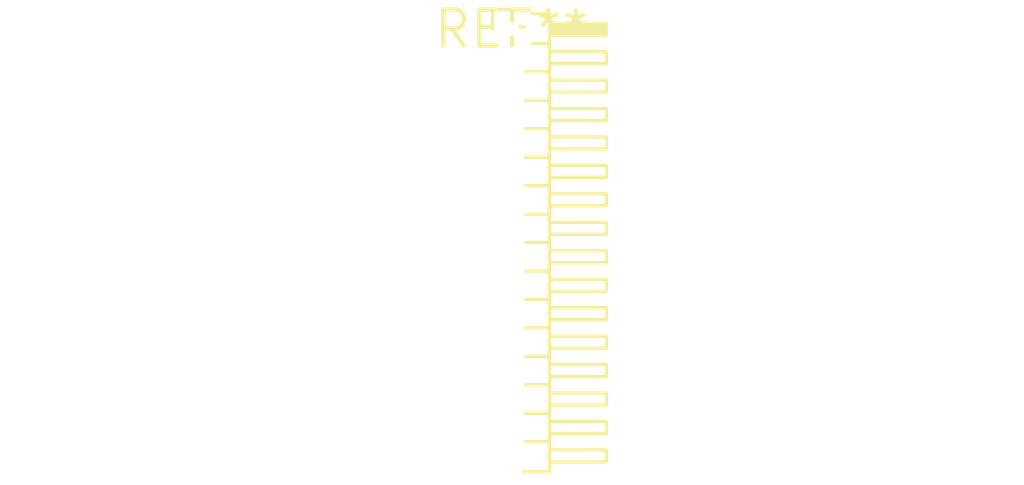
<source format=kicad_pcb>
(kicad_pcb (version 20240108) (generator pcbnew)
  (layers (0 "F.Cu" signal) (31 "B.Cu" signal) (34 "B.Paste" user) (35 "F.Paste" user) (36 "B.SilkS" user "B.Silkscreen") (37 "F.SilkS" user "F.Silkscreen") (38 "B.Mask" user) (39 "F.Mask" user) (44 "Edge.Cuts" user))
  (net 0 "")
  (footprint "PinHeader_1x16_P1.00mm_Horizontal" (layer "F.Cu") (at 0 0)
    (property "Reference" "REF**")
    (property "Value" "PinHeader_1x16_P1.00mm_Horizontal")
    (fp_line (start -0.685 -0.685) (end 0 -0.685) (layer "F.SilkS") (stroke (width 0.12)))
    (fp_line (start -0.685 0) (end -0.685 -0.685) (layer "F.SilkS") (stroke (width 0.12)))
    (fp_line (start 0.468215 1.5) (end 1.31 1.5) (layer "F.SilkS") (stroke (width 0.12)))
    (fp_line (start 0.468215 2.5) (end 1.31 2.5) (layer "F.SilkS") (stroke (width 0.12)))
    (fp_line (start 0.468215 3.5) (end 1.31 3.5) (layer "F.SilkS") (stroke (width 0.12)))
    (fp_line (start 0.468215 4.5) (end 1.31 4.5) (layer "F.SilkS") (stroke (width 0.12)))
    (fp_line (start 0.468215 5.5) (end 1.31 5.5) (layer "F.SilkS") (stroke (width 0.12)))
    (fp_line (start 0.468215 6.5) (end 1.31 6.5) (layer "F.SilkS") (stroke (width 0.12)))
    (fp_line (start 0.468215 7.5) (end 1.31 7.5) (layer "F.SilkS") (stroke (width 0.12)))
    (fp_line (start 0.468215 8.5) (end 1.31 8.5) (layer "F.SilkS") (stroke (width 0.12)))
    (fp_line (start 0.468215 9.5) (end 1.31 9.5) (layer "F.SilkS") (stroke (width 0.12)))
    (fp_line (start 0.468215 10.5) (end 1.31 10.5) (layer "F.SilkS") (stroke (width 0.12)))
    (fp_line (start 0.468215 11.5) (end 1.31 11.5) (layer "F.SilkS") (stroke (width 0.12)))
    (fp_line (start 0.468215 12.5) (end 1.31 12.5) (layer "F.SilkS") (stroke (width 0.12)))
    (fp_line (start 0.468215 13.5) (end 1.31 13.5) (layer "F.SilkS") (stroke (width 0.12)))
    (fp_line (start 0.468215 14.5) (end 1.31 14.5) (layer "F.SilkS") (stroke (width 0.12)))
    (fp_line (start 0.685 -0.56) (end 1.31 -0.56) (layer "F.SilkS") (stroke (width 0.12)))
    (fp_line (start 0.685 0.5) (end 1.31 0.5) (layer "F.SilkS") (stroke (width 0.12)))
    (fp_line (start 1.31 -0.56) (end 1.31 15.56) (layer "F.SilkS") (stroke (width 0.12)))
    (fp_line (start 1.31 -0.21) (end 3.31 -0.21) (layer "F.SilkS") (stroke (width 0.12)))
    (fp_line (start 1.31 -0.15) (end 3.31 -0.15) (layer "F.SilkS") (stroke (width 0.12)))
    (fp_line (start 1.31 -0.03) (end 3.31 -0.03) (layer "F.SilkS") (stroke (width 0.12)))
    (fp_line (start 1.31 0.09) (end 3.31 0.09) (layer "F.SilkS") (stroke (width 0.12)))
    (fp_line (start 1.31 0.79) (end 3.31 0.79) (layer "F.SilkS") (stroke (width 0.12)))
    (fp_line (start 1.31 1.79) (end 3.31 1.79) (layer "F.SilkS") (stroke (width 0.12)))
    (fp_line (start 1.31 2.79) (end 3.31 2.79) (layer "F.SilkS") (stroke (width 0.12)))
    (fp_line (start 1.31 3.79) (end 3.31 3.79) (layer "F.SilkS") (stroke (width 0.12)))
    (fp_line (start 1.31 4.79) (end 3.31 4.79) (layer "F.SilkS") (stroke (width 0.12)))
    (fp_line (start 1.31 5.79) (end 3.31 5.79) (layer "F.SilkS") (stroke (width 0.12)))
    (fp_line (start 1.31 6.79) (end 3.31 6.79) (layer "F.SilkS") (stroke (width 0.12)))
    (fp_line (start 1.31 7.79) (end 3.31 7.79) (layer "F.SilkS") (stroke (width 0.12)))
    (fp_line (start 1.31 8.79) (end 3.31 8.79) (layer "F.SilkS") (stroke (width 0.12)))
    (fp_line (start 1.31 9.79) (end 3.31 9.79) (layer "F.SilkS") (stroke (width 0.12)))
    (fp_line (start 1.31 10.79) (end 3.31 10.79) (layer "F.SilkS") (stroke (width 0.12)))
    (fp_line (start 1.31 11.79) (end 3.31 11.79) (layer "F.SilkS") (stroke (width 0.12)))
    (fp_line (start 1.31 12.79) (end 3.31 12.79) (layer "F.SilkS") (stroke (width 0.12)))
    (fp_line (start 1.31 13.79) (end 3.31 13.79) (layer "F.SilkS") (stroke (width 0.12)))
    (fp_line (start 1.31 14.79) (end 3.31 14.79) (layer "F.SilkS") (stroke (width 0.12)))
    (fp_line (start 1.31 15.56) (end 0.394493 15.56) (layer "F.SilkS") (stroke (width 0.12)))
    (fp_line (start 3.31 -0.21) (end 3.31 0.21) (layer "F.SilkS") (stroke (width 0.12)))
    (fp_line (start 3.31 0.21) (end 1.31 0.21) (layer "F.SilkS") (stroke (width 0.12)))
    (fp_line (start 3.31 0.79) (end 3.31 1.21) (layer "F.SilkS") (stroke (width 0.12)))
    (fp_line (start 3.31 1.21) (end 1.31 1.21) (layer "F.SilkS") (stroke (width 0.12)))
    (fp_line (start 3.31 1.79) (end 3.31 2.21) (layer "F.SilkS") (stroke (width 0.12)))
    (fp_line (start 3.31 2.21) (end 1.31 2.21) (layer "F.SilkS") (stroke (width 0.12)))
    (fp_line (start 3.31 2.79) (end 3.31 3.21) (layer "F.SilkS") (stroke (width 0.12)))
    (fp_line (start 3.31 3.21) (end 1.31 3.21) (layer "F.SilkS") (stroke (width 0.12)))
    (fp_line (start 3.31 3.79) (end 3.31 4.21) (layer "F.SilkS") (stroke (width 0.12)))
    (fp_line (start 3.31 4.21) (end 1.31 4.21) (layer "F.SilkS") (stroke (width 0.12)))
    (fp_line (start 3.31 4.79) (end 3.31 5.21) (layer "F.SilkS") (stroke (width 0.12)))
    (fp_line (start 3.31 5.21) (end 1.31 5.21) (layer "F.SilkS") (stroke (width 0.12)))
    (fp_line (start 3.31 5.79) (end 3.31 6.21) (layer "F.SilkS") (stroke (width 0.12)))
    (fp_line (start 3.31 6.21) (end 1.31 6.21) (layer "F.SilkS") (stroke (width 0.12)))
    (fp_line (start 3.31 6.79) (end 3.31 7.21) (layer "F.SilkS") (stroke (width 0.12)))
    (fp_line (start 3.31 7.21) (end 1.31 7.21) (layer "F.SilkS") (stroke (width 0.12)))
    (fp_line (start 3.31 7.79) (end 3.31 8.21) (layer "F.SilkS") (stroke (width 0.12)))
    (fp_line (start 3.31 8.21) (end 1.31 8.21) (layer "F.SilkS") (stroke (width 0.12)))
    (fp_line (start 3.31 8.79) (end 3.31 9.21) (layer "F.SilkS") (stroke (width 0.12)))
    (fp_line (start 3.31 9.21) (end 1.31 9.21) (layer "F.SilkS") (stroke (width 0.12)))
    (fp_line (start 3.31 9.79) (end 3.31 10.21) (layer "F.SilkS") (stroke (width 0.12)))
    (fp_line (start 3.31 10.21) (end 1.31 10.21) (layer "F.SilkS") (stroke (width 0.12)))
    (fp_line (start 3.31 10.79) (end 3.31 11.21) (layer "F.SilkS") (stroke (width 0.12)))
    (fp_line (start 3.31 11.21) (end 1.31 11.21) (layer "F.SilkS") (stroke (width 0.12)))
    (fp_line (start 3.31 11.79) (end 3.31 12.21) (layer "F.SilkS") (stroke (width 0.12)))
    (fp_line (start 3.31 12.21) (end 1.31 12.21) (layer "F.SilkS") (stroke (width 0.12)))
    (fp_line (start 3.31 12.79) (end 3.31 13.21) (layer "F.SilkS") (stroke (width 0.12)))
    (fp_line (start 3.31 13.21) (end 1.31 13.21) (layer "F.SilkS") (stroke (width 0.12)))
    (fp_line (start 3.31 13.79) (end 3.31 14.21) (layer "F.SilkS") (stroke (width 0.12)))
    (fp_line (start 3.31 14.21) (end 1.31 14.21) (layer "F.SilkS") (stroke (width 0.12)))
    (fp_line (start 3.31 14.79) (end 3.31 15.21) (layer "F.SilkS") (stroke (width 0.12)))
    (fp_line (start 3.31 15.21) (end 1.31 15.21) (layer "F.SilkS") (stroke (width 0.12)))
    (pad "1" thru_hole rect (at 0 0) (size 0.85 0.85) (drill 0.5) (layers *.Cu *.Mask) (remove_unused_layers))
    (pad "2" thru_hole oval (at 0 1) (size 0.85 0.85) (drill 0.5) (layers *.Cu *.Mask) (remove_unused_layers))
    (pad "3" thru_hole oval (at 0 2) (size 0.85 0.85) (drill 0.5) (layers *.Cu *.Mask) (remove_unused_layers))
    (pad "4" thru_hole oval (at 0 3) (size 0.85 0.85) (drill 0.5) (layers *.Cu *.Mask) (remove_unused_layers))
    (pad "5" thru_hole oval (at 0 4) (size 0.85 0.85) (drill 0.5) (layers *.Cu *.Mask) (remove_unused_layers))
    (pad "6" thru_hole oval (at 0 5) (size 0.85 0.85) (drill 0.5) (layers *.Cu *.Mask) (remove_unused_layers))
    (pad "7" thru_hole oval (at 0 6) (size 0.85 0.85) (drill 0.5) (layers *.Cu *.Mask) (remove_unused_layers))
    (pad "8" thru_hole oval (at 0 7) (size 0.85 0.85) (drill 0.5) (layers *.Cu *.Mask) (remove_unused_layers))
    (pad "9" thru_hole oval (at 0 8) (size 0.85 0.85) (drill 0.5) (layers *.Cu *.Mask) (remove_unused_layers))
    (pad "10" thru_hole oval (at 0 9) (size 0.85 0.85) (drill 0.5) (layers *.Cu *.Mask) (remove_unused_layers))
    (pad "11" thru_hole oval (at 0 10) (size 0.85 0.85) (drill 0.5) (layers *.Cu *.Mask) (remove_unused_layers))
    (pad "12" thru_hole oval (at 0 11) (size 0.85 0.85) (drill 0.5) (layers *.Cu *.Mask) (remove_unused_layers))
    (pad "13" thru_hole oval (at 0 12) (size 0.85 0.85) (drill 0.5) (layers *.Cu *.Mask) (remove_unused_layers))
    (pad "14" thru_hole oval (at 0 13) (size 0.85 0.85) (drill 0.5) (layers *.Cu *.Mask) (remove_unused_layers))
    (pad "15" thru_hole oval (at 0 14) (size 0.85 0.85) (drill 0.5) (layers *.Cu *.Mask) (remove_unused_layers))
    (pad "16" thru_hole oval (at 0 15) (size 0.85 0.85) (drill 0.5) (layers *.Cu *.Mask) (remove_unused_layers))
  )
)
</source>
